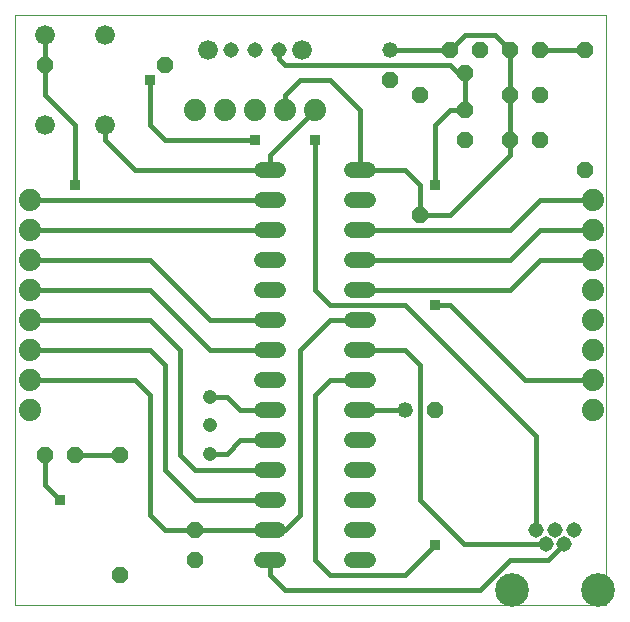
<source format=gtl>
G75*
%MOIN*%
%OFA0B0*%
%FSLAX25Y25*%
%IPPOS*%
%LPD*%
%AMOC8*
5,1,8,0,0,1.08239X$1,22.5*
%
%ADD10C,0.00000*%
%ADD11OC8,0.05200*%
%ADD12C,0.05200*%
%ADD13C,0.07400*%
%ADD14C,0.05200*%
%ADD15C,0.05150*%
%ADD16C,0.11220*%
%ADD17C,0.06600*%
%ADD18C,0.04756*%
%ADD19C,0.01600*%
%ADD20R,0.03562X0.03562*%
D10*
X0006800Y0011800D02*
X0006800Y0208650D01*
X0203650Y0208650D01*
X0203650Y0011800D01*
X0006800Y0011800D01*
D11*
X0041800Y0021800D03*
X0066800Y0026800D03*
X0066800Y0036800D03*
X0041800Y0061800D03*
X0026800Y0061800D03*
X0016800Y0061800D03*
X0141800Y0141800D03*
X0156800Y0166800D03*
X0156800Y0176800D03*
X0156800Y0189300D03*
X0151800Y0196800D03*
X0161800Y0196800D03*
X0171800Y0196800D03*
X0181800Y0196800D03*
X0181800Y0181800D03*
X0171800Y0181800D03*
X0171800Y0166800D03*
X0181800Y0166800D03*
X0196800Y0156800D03*
X0196800Y0196800D03*
X0141800Y0181800D03*
X0131800Y0186800D03*
X0056800Y0191800D03*
X0016800Y0191800D03*
X0146800Y0076800D03*
D12*
X0136800Y0076800D03*
X0131800Y0196800D03*
D13*
X0106800Y0176800D03*
X0096800Y0176800D03*
X0086800Y0176800D03*
X0076800Y0176800D03*
X0066800Y0176800D03*
X0011800Y0146800D03*
X0011800Y0136800D03*
X0011800Y0126800D03*
X0011800Y0116800D03*
X0011800Y0106800D03*
X0011800Y0096800D03*
X0011800Y0086800D03*
X0011800Y0076800D03*
X0199300Y0076800D03*
X0199300Y0086800D03*
X0199300Y0096800D03*
X0199300Y0106800D03*
X0199300Y0116800D03*
X0199300Y0126800D03*
X0199300Y0136800D03*
X0199300Y0146800D03*
D14*
X0124400Y0146800D02*
X0119200Y0146800D01*
X0119200Y0136800D02*
X0124400Y0136800D01*
X0124400Y0126800D02*
X0119200Y0126800D01*
X0119200Y0116800D02*
X0124400Y0116800D01*
X0124400Y0106800D02*
X0119200Y0106800D01*
X0119200Y0096800D02*
X0124400Y0096800D01*
X0124400Y0086800D02*
X0119200Y0086800D01*
X0119200Y0076800D02*
X0124400Y0076800D01*
X0124400Y0066800D02*
X0119200Y0066800D01*
X0119200Y0056800D02*
X0124400Y0056800D01*
X0124400Y0046800D02*
X0119200Y0046800D01*
X0119200Y0036800D02*
X0124400Y0036800D01*
X0124400Y0026800D02*
X0119200Y0026800D01*
X0094400Y0026800D02*
X0089200Y0026800D01*
X0089200Y0036800D02*
X0094400Y0036800D01*
X0094400Y0046800D02*
X0089200Y0046800D01*
X0089200Y0056800D02*
X0094400Y0056800D01*
X0094400Y0066800D02*
X0089200Y0066800D01*
X0089200Y0076800D02*
X0094400Y0076800D01*
X0094400Y0086800D02*
X0089200Y0086800D01*
X0089200Y0096800D02*
X0094400Y0096800D01*
X0094400Y0106800D02*
X0089200Y0106800D01*
X0089200Y0116800D02*
X0094400Y0116800D01*
X0094400Y0126800D02*
X0089200Y0126800D01*
X0089200Y0136800D02*
X0094400Y0136800D01*
X0094400Y0146800D02*
X0089200Y0146800D01*
X0089200Y0156800D02*
X0094400Y0156800D01*
X0119200Y0156800D02*
X0124400Y0156800D01*
D15*
X0094674Y0196800D03*
X0086800Y0196800D03*
X0078926Y0196800D03*
X0180501Y0036879D03*
X0183650Y0032154D03*
X0186800Y0036879D03*
X0189950Y0032154D03*
X0193099Y0036879D03*
D16*
X0201170Y0016800D03*
X0172430Y0016800D03*
D17*
X0036643Y0171800D03*
X0016957Y0171800D03*
X0016957Y0201800D03*
X0036643Y0201800D03*
X0071052Y0196800D03*
X0102548Y0196800D03*
D18*
X0071800Y0081300D03*
X0071800Y0071906D03*
X0071800Y0062300D03*
D19*
X0077300Y0062300D01*
X0081800Y0066800D01*
X0091800Y0066800D01*
X0091800Y0076800D02*
X0081800Y0076800D01*
X0077300Y0081300D01*
X0071800Y0081300D01*
X0071800Y0096800D02*
X0091800Y0096800D01*
X0091800Y0106800D02*
X0071800Y0106800D01*
X0051800Y0126800D01*
X0011800Y0126800D01*
X0011800Y0116800D02*
X0051800Y0116800D01*
X0071800Y0096800D01*
X0061800Y0096800D02*
X0061800Y0061800D01*
X0066800Y0056800D01*
X0091800Y0056800D01*
X0091800Y0046800D02*
X0066800Y0046800D01*
X0056800Y0056800D01*
X0056800Y0091800D01*
X0051800Y0096800D01*
X0011800Y0096800D01*
X0011800Y0086800D02*
X0046800Y0086800D01*
X0051800Y0081800D01*
X0051800Y0041800D01*
X0056800Y0036800D01*
X0066800Y0036800D01*
X0091800Y0036800D01*
X0096800Y0036800D01*
X0101800Y0041800D01*
X0101800Y0096800D01*
X0111800Y0106800D01*
X0121800Y0106800D01*
X0121800Y0116800D02*
X0171800Y0116800D01*
X0181800Y0126800D01*
X0199300Y0126800D01*
X0199300Y0136800D02*
X0181800Y0136800D01*
X0171800Y0126800D01*
X0121800Y0126800D01*
X0121800Y0136800D02*
X0171800Y0136800D01*
X0181800Y0146800D01*
X0199300Y0146800D01*
X0171800Y0161800D02*
X0151800Y0141800D01*
X0141800Y0141800D01*
X0141800Y0151800D01*
X0136800Y0156800D01*
X0121800Y0156800D01*
X0121800Y0176800D01*
X0111800Y0186800D01*
X0101800Y0186800D01*
X0096800Y0181800D01*
X0096800Y0176800D01*
X0106800Y0176800D02*
X0091800Y0161800D01*
X0091800Y0156800D01*
X0046800Y0156800D01*
X0036800Y0166800D01*
X0036800Y0171800D01*
X0036643Y0171800D01*
X0026800Y0171800D02*
X0026800Y0151800D01*
X0011800Y0146800D02*
X0091800Y0146800D01*
X0091800Y0136800D02*
X0011800Y0136800D01*
X0011800Y0106800D02*
X0051800Y0106800D01*
X0061800Y0096800D01*
X0041800Y0061800D02*
X0026800Y0061800D01*
X0016800Y0061800D02*
X0016800Y0051800D01*
X0021800Y0046800D01*
X0091800Y0026800D02*
X0091800Y0021800D01*
X0096800Y0016800D01*
X0161800Y0016800D01*
X0171800Y0026800D01*
X0184595Y0026800D01*
X0189950Y0032154D01*
X0183650Y0032154D02*
X0156446Y0032154D01*
X0141800Y0046800D01*
X0141800Y0091800D01*
X0136800Y0096800D01*
X0121800Y0096800D01*
X0121800Y0086800D02*
X0111800Y0086800D01*
X0106800Y0081800D01*
X0106800Y0026800D01*
X0111800Y0021800D01*
X0136800Y0021800D01*
X0146800Y0031800D01*
X0180501Y0036879D02*
X0180501Y0068099D01*
X0136800Y0111800D01*
X0111800Y0111800D01*
X0106800Y0116800D01*
X0106800Y0166800D01*
X0086800Y0166800D02*
X0056800Y0166800D01*
X0051800Y0171800D01*
X0051800Y0186800D01*
X0026800Y0171800D02*
X0016800Y0181800D01*
X0016800Y0191800D01*
X0016957Y0186957D01*
X0016957Y0201800D01*
X0094674Y0196800D02*
X0094674Y0193926D01*
X0096800Y0191800D01*
X0151800Y0191800D01*
X0156800Y0186800D01*
X0156800Y0176800D01*
X0151800Y0176800D01*
X0146800Y0171800D01*
X0146800Y0151800D01*
X0171800Y0161800D02*
X0171800Y0166800D01*
X0171800Y0181800D01*
X0171800Y0196800D01*
X0166800Y0201800D01*
X0156800Y0201800D01*
X0151800Y0196800D01*
X0131800Y0196800D01*
X0156800Y0189300D02*
X0156800Y0186800D01*
X0181800Y0196800D02*
X0196800Y0196800D01*
X0151800Y0111800D02*
X0146800Y0111800D01*
X0151800Y0111800D02*
X0176800Y0086800D01*
X0199300Y0086800D01*
X0136800Y0076800D02*
X0121800Y0076800D01*
D20*
X0146800Y0111800D03*
X0146800Y0151800D03*
X0106800Y0166800D03*
X0086800Y0166800D03*
X0051800Y0186800D03*
X0026800Y0151800D03*
X0021800Y0046800D03*
X0146800Y0031800D03*
M02*

</source>
